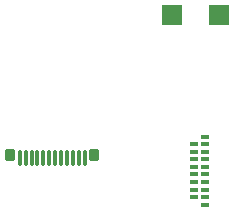
<source format=gbr>
%TF.GenerationSoftware,KiCad,Pcbnew,9.0.1*%
%TF.CreationDate,2025-07-04T13:50:08+02:00*%
%TF.ProjectId,USB_18pinOmnetics_bend,5553425f-3138-4706-996e-4f6d6e657469,rev?*%
%TF.SameCoordinates,Original*%
%TF.FileFunction,Soldermask,Top*%
%TF.FilePolarity,Negative*%
%FSLAX46Y46*%
G04 Gerber Fmt 4.6, Leading zero omitted, Abs format (unit mm)*
G04 Created by KiCad (PCBNEW 9.0.1) date 2025-07-04 13:50:08*
%MOMM*%
%LPD*%
G01*
G04 APERTURE LIST*
G04 Aperture macros list*
%AMRoundRect*
0 Rectangle with rounded corners*
0 $1 Rounding radius*
0 $2 $3 $4 $5 $6 $7 $8 $9 X,Y pos of 4 corners*
0 Add a 4 corners polygon primitive as box body*
4,1,4,$2,$3,$4,$5,$6,$7,$8,$9,$2,$3,0*
0 Add four circle primitives for the rounded corners*
1,1,$1+$1,$2,$3*
1,1,$1+$1,$4,$5*
1,1,$1+$1,$6,$7*
1,1,$1+$1,$8,$9*
0 Add four rect primitives between the rounded corners*
20,1,$1+$1,$2,$3,$4,$5,0*
20,1,$1+$1,$4,$5,$6,$7,0*
20,1,$1+$1,$6,$7,$8,$9,0*
20,1,$1+$1,$8,$9,$2,$3,0*%
G04 Aperture macros list end*
%ADD10R,0.760000X0.380000*%
%ADD11RoundRect,0.050000X-0.115000X-0.625000X0.115000X-0.625000X0.115000X0.625000X-0.115000X0.625000X0*%
%ADD12RoundRect,0.120000X0.280000X0.415000X-0.280000X0.415000X-0.280000X-0.415000X0.280000X-0.415000X0*%
%ADD13RoundRect,0.120000X-0.280000X-0.415000X0.280000X-0.415000X0.280000X0.415000X-0.280000X0.415000X0*%
%ADD14R,1.700000X1.700000*%
G04 APERTURE END LIST*
D10*
%TO.C,J1*%
X148000000Y-104040000D03*
X148000000Y-103400000D03*
X148000000Y-102760000D03*
X148000000Y-102120000D03*
X147060000Y-102120000D03*
X147060000Y-102760000D03*
X147060000Y-103400000D03*
X147060000Y-104040000D03*
X147060000Y-104680000D03*
X147060000Y-105320000D03*
X147060000Y-105960000D03*
X147060000Y-106600000D03*
X148000000Y-106600000D03*
X148000000Y-105960000D03*
X148000000Y-105320000D03*
X148000000Y-104680000D03*
X148000000Y-107240000D03*
X148000000Y-101480000D03*
%TD*%
D11*
%TO.C,U1*%
X132300000Y-103300000D03*
X132800000Y-103300000D03*
X133300000Y-103300000D03*
X133800000Y-103300000D03*
X134300000Y-103300000D03*
X134800000Y-103300000D03*
X135300000Y-103300000D03*
X135800000Y-103300000D03*
X136300000Y-103300000D03*
X136800000Y-103300000D03*
X137300000Y-103300000D03*
X137800000Y-103300000D03*
D12*
X131500000Y-102990000D03*
D13*
X138600000Y-102990000D03*
%TD*%
D14*
%TO.C,J4*%
X145200000Y-91200000D03*
%TD*%
%TO.C,J3*%
X149200000Y-91200000D03*
%TD*%
M02*

</source>
